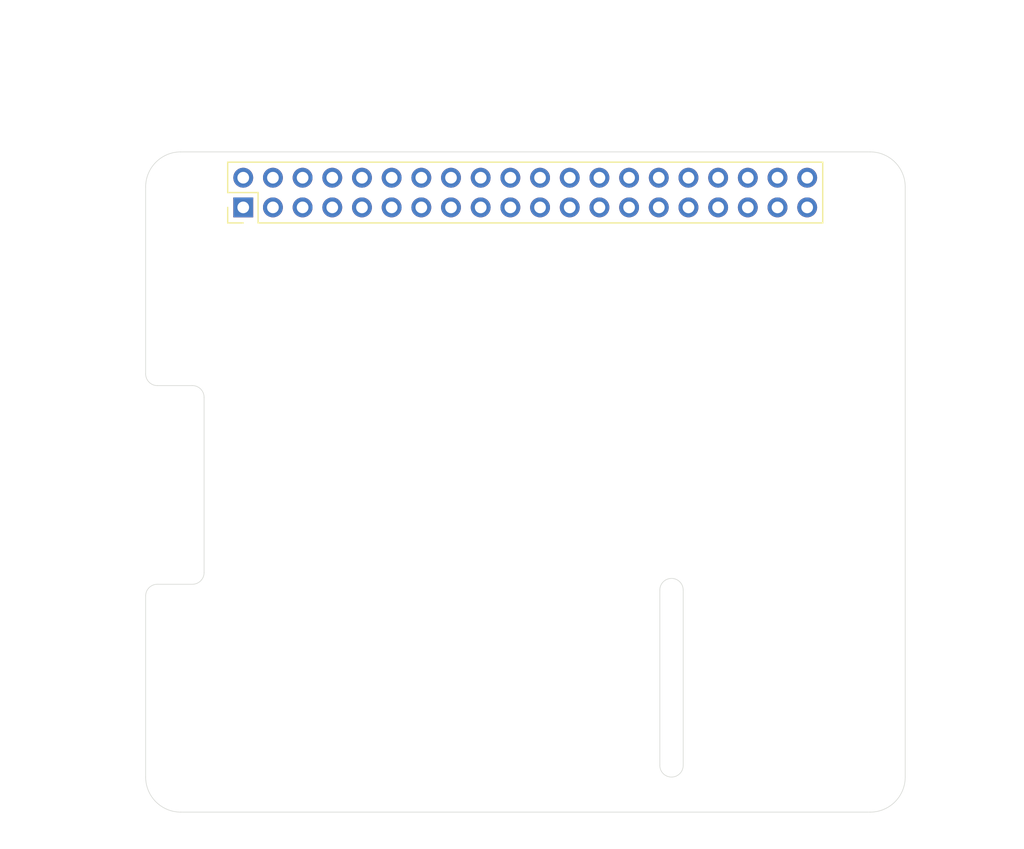
<source format=kicad_pcb>
(kicad_pcb (version 20171130) (host pcbnew "(5.1.4-0-10_14)")

  (general
    (thickness 1.6)
    (drawings 38)
    (tracks 0)
    (zones 0)
    (modules 5)
    (nets 1)
  )

  (page USLetter)
  (title_block
    (title "Raspberry Pi HAT template")
    (date 2019-10-08)
    (company "Copyright 2019 Jason R. Thorpe.  All rights reserved.")
  )

  (layers
    (0 F.Cu signal)
    (31 B.Cu signal)
    (32 B.Adhes user)
    (33 F.Adhes user)
    (34 B.Paste user)
    (35 F.Paste user)
    (36 B.SilkS user)
    (37 F.SilkS user)
    (38 B.Mask user)
    (39 F.Mask user)
    (40 Dwgs.User user)
    (41 Cmts.User user)
    (42 Eco1.User user)
    (43 Eco2.User user)
    (44 Edge.Cuts user)
    (45 Margin user)
    (46 B.CrtYd user)
    (47 F.CrtYd user)
    (48 B.Fab user)
    (49 F.Fab user)
  )

  (setup
    (last_trace_width 0.25)
    (trace_clearance 0.2)
    (zone_clearance 0.508)
    (zone_45_only no)
    (trace_min 0.2)
    (via_size 0.8)
    (via_drill 0.4)
    (via_min_size 0.4)
    (via_min_drill 0.3)
    (uvia_size 0.3)
    (uvia_drill 0.1)
    (uvias_allowed no)
    (uvia_min_size 0.2)
    (uvia_min_drill 0.1)
    (edge_width 0.05)
    (segment_width 0.2)
    (pcb_text_width 0.3)
    (pcb_text_size 1.5 1.5)
    (mod_edge_width 0.12)
    (mod_text_size 1 1)
    (mod_text_width 0.15)
    (pad_size 1.524 1.524)
    (pad_drill 0.762)
    (pad_to_mask_clearance 0.051)
    (solder_mask_min_width 0.25)
    (aux_axis_origin 0 0)
    (visible_elements FFFFFF7F)
    (pcbplotparams
      (layerselection 0x010fc_ffffffff)
      (usegerberextensions false)
      (usegerberattributes false)
      (usegerberadvancedattributes false)
      (creategerberjobfile false)
      (excludeedgelayer true)
      (linewidth 0.100000)
      (plotframeref false)
      (viasonmask false)
      (mode 1)
      (useauxorigin false)
      (hpglpennumber 1)
      (hpglpenspeed 20)
      (hpglpendiameter 15.000000)
      (psnegative false)
      (psa4output false)
      (plotreference true)
      (plotvalue true)
      (plotinvisibletext false)
      (padsonsilk false)
      (subtractmaskfromsilk false)
      (outputformat 1)
      (mirror false)
      (drillshape 1)
      (scaleselection 1)
      (outputdirectory ""))
  )

  (net 0 "")

  (net_class Default "This is the default net class."
    (clearance 0.2)
    (trace_width 0.25)
    (via_dia 0.8)
    (via_drill 0.4)
    (uvia_dia 0.3)
    (uvia_drill 0.1)
  )

  (module MountingHole:MountingHole_2.7mm_M2.5_DIN965 (layer F.Cu) (tedit 56D1B4CB) (tstamp 5D9D2DAF)
    (at 104 103)
    (descr "Mounting Hole 2.7mm, no annular, M2.5, DIN965")
    (tags "mounting hole 2.7mm no annular m2.5 din965")
    (attr virtual)
    (fp_text reference REF** (at 0 -3.35) (layer F.SilkS) hide
      (effects (font (size 1 1) (thickness 0.15)))
    )
    (fp_text value MountingHole_2.7mm_M2.5_DIN965 (at 0 3.35) (layer F.Fab) hide
      (effects (font (size 1 1) (thickness 0.15)))
    )
    (fp_circle (center 0 0) (end 2.6 0) (layer F.CrtYd) (width 0.05))
    (fp_circle (center 0 0) (end 2.35 0) (layer Cmts.User) (width 0.15))
    (fp_text user %R (at 0.3 0) (layer F.Fab)
      (effects (font (size 1 1) (thickness 0.15)))
    )
    (pad 1 np_thru_hole circle (at 0 0) (size 2.7 2.7) (drill 2.7) (layers *.Cu *.Mask))
  )

  (module MountingHole:MountingHole_2.7mm_M2.5_DIN965 (layer F.Cu) (tedit 56D1B4CB) (tstamp 5D9D2D8B)
    (at 162 103)
    (descr "Mounting Hole 2.7mm, no annular, M2.5, DIN965")
    (tags "mounting hole 2.7mm no annular m2.5 din965")
    (attr virtual)
    (fp_text reference REF** (at 0 -3.35) (layer F.SilkS) hide
      (effects (font (size 1 1) (thickness 0.15)))
    )
    (fp_text value MountingHole_2.7mm_M2.5_DIN965 (at 0 3.35) (layer F.Fab) hide
      (effects (font (size 1 1) (thickness 0.15)))
    )
    (fp_circle (center 0 0) (end 2.6 0) (layer F.CrtYd) (width 0.05))
    (fp_circle (center 0 0) (end 2.35 0) (layer Cmts.User) (width 0.15))
    (fp_text user %R (at 0.3 0) (layer F.Fab)
      (effects (font (size 1 1) (thickness 0.15)))
    )
    (pad 1 np_thru_hole circle (at 0 0) (size 2.7 2.7) (drill 2.7) (layers *.Cu *.Mask))
  )

  (module MountingHole:MountingHole_2.7mm_M2.5_DIN965 (layer F.Cu) (tedit 56D1B4CB) (tstamp 5D9D08C6)
    (at 162 53.5)
    (descr "Mounting Hole 2.7mm, no annular, M2.5, DIN965")
    (tags "mounting hole 2.7mm no annular m2.5 din965")
    (attr virtual)
    (fp_text reference REF** (at 0 -3.35) (layer F.SilkS) hide
      (effects (font (size 1 1) (thickness 0.15)))
    )
    (fp_text value MountingHole_2.7mm_M2.5_DIN965 (at 0 3.35) (layer F.Fab) hide
      (effects (font (size 1 1) (thickness 0.15)))
    )
    (fp_circle (center 0 0) (end 2.6 0) (layer F.CrtYd) (width 0.05))
    (fp_circle (center 0 0) (end 2.35 0) (layer Cmts.User) (width 0.15))
    (fp_text user %R (at 0.3 0) (layer F.Fab)
      (effects (font (size 1 1) (thickness 0.15)))
    )
    (pad 1 np_thru_hole circle (at 0 0) (size 2.7 2.7) (drill 2.7) (layers *.Cu *.Mask))
  )

  (module MountingHole:MountingHole_2.7mm_M2.5_DIN965 (layer F.Cu) (tedit 56D1B4CB) (tstamp 5D9D08EA)
    (at 104 53.5)
    (descr "Mounting Hole 2.7mm, no annular, M2.5, DIN965")
    (tags "mounting hole 2.7mm no annular m2.5 din965")
    (attr virtual)
    (fp_text reference REF** (at 0 -3.35) (layer F.SilkS) hide
      (effects (font (size 1 1) (thickness 0.15)))
    )
    (fp_text value MountingHole_2.7mm_M2.5_DIN965 (at 0 3.35) (layer F.Fab) hide
      (effects (font (size 1 1) (thickness 0.15)))
    )
    (fp_circle (center 0 0) (end 2.6 0) (layer F.CrtYd) (width 0.05))
    (fp_circle (center 0 0) (end 2.35 0) (layer Cmts.User) (width 0.15))
    (fp_text user %R (at 0.3 0) (layer F.Fab)
      (effects (font (size 1 1) (thickness 0.15)))
    )
    (pad 1 np_thru_hole circle (at 0 0) (size 2.7 2.7) (drill 2.7) (layers *.Cu *.Mask))
  )

  (module Connector_PinHeader_2.54mm:PinHeader_2x20_P2.54mm_Vertical (layer F.Cu) (tedit 59FED5CC) (tstamp 5D9D2F89)
    (at 108.85 54.75 90)
    (descr "Through hole straight pin header, 2x20, 2.54mm pitch, double rows")
    (tags "Through hole pin header THT 2x20 2.54mm double row")
    (fp_text reference REF** (at 1.27 -2.33 90) (layer F.SilkS) hide
      (effects (font (size 1 1) (thickness 0.15)))
    )
    (fp_text value PinHeader_2x20_P2.54mm_Vertical (at 1.27 50.59 90) (layer F.Fab) hide
      (effects (font (size 1 1) (thickness 0.15)))
    )
    (fp_text user %R (at 1.27 24.13) (layer F.Fab)
      (effects (font (size 1 1) (thickness 0.15)))
    )
    (fp_line (start 4.35 -1.8) (end -1.8 -1.8) (layer F.CrtYd) (width 0.05))
    (fp_line (start 4.35 50.05) (end 4.35 -1.8) (layer F.CrtYd) (width 0.05))
    (fp_line (start -1.8 50.05) (end 4.35 50.05) (layer F.CrtYd) (width 0.05))
    (fp_line (start -1.8 -1.8) (end -1.8 50.05) (layer F.CrtYd) (width 0.05))
    (fp_line (start -1.33 -1.33) (end 0 -1.33) (layer F.SilkS) (width 0.12))
    (fp_line (start -1.33 0) (end -1.33 -1.33) (layer F.SilkS) (width 0.12))
    (fp_line (start 1.27 -1.33) (end 3.87 -1.33) (layer F.SilkS) (width 0.12))
    (fp_line (start 1.27 1.27) (end 1.27 -1.33) (layer F.SilkS) (width 0.12))
    (fp_line (start -1.33 1.27) (end 1.27 1.27) (layer F.SilkS) (width 0.12))
    (fp_line (start 3.87 -1.33) (end 3.87 49.59) (layer F.SilkS) (width 0.12))
    (fp_line (start -1.33 1.27) (end -1.33 49.59) (layer F.SilkS) (width 0.12))
    (fp_line (start -1.33 49.59) (end 3.87 49.59) (layer F.SilkS) (width 0.12))
    (fp_line (start -1.27 0) (end 0 -1.27) (layer F.Fab) (width 0.1))
    (fp_line (start -1.27 49.53) (end -1.27 0) (layer F.Fab) (width 0.1))
    (fp_line (start 3.81 49.53) (end -1.27 49.53) (layer F.Fab) (width 0.1))
    (fp_line (start 3.81 -1.27) (end 3.81 49.53) (layer F.Fab) (width 0.1))
    (fp_line (start 0 -1.27) (end 3.81 -1.27) (layer F.Fab) (width 0.1))
    (pad 40 thru_hole oval (at 2.54 48.26 90) (size 1.7 1.7) (drill 1) (layers *.Cu *.Mask))
    (pad 39 thru_hole oval (at 0 48.26 90) (size 1.7 1.7) (drill 1) (layers *.Cu *.Mask))
    (pad 38 thru_hole oval (at 2.54 45.72 90) (size 1.7 1.7) (drill 1) (layers *.Cu *.Mask))
    (pad 37 thru_hole oval (at 0 45.72 90) (size 1.7 1.7) (drill 1) (layers *.Cu *.Mask))
    (pad 36 thru_hole oval (at 2.54 43.18 90) (size 1.7 1.7) (drill 1) (layers *.Cu *.Mask))
    (pad 35 thru_hole oval (at 0 43.18 90) (size 1.7 1.7) (drill 1) (layers *.Cu *.Mask))
    (pad 34 thru_hole oval (at 2.54 40.64 90) (size 1.7 1.7) (drill 1) (layers *.Cu *.Mask))
    (pad 33 thru_hole oval (at 0 40.64 90) (size 1.7 1.7) (drill 1) (layers *.Cu *.Mask))
    (pad 32 thru_hole oval (at 2.54 38.1 90) (size 1.7 1.7) (drill 1) (layers *.Cu *.Mask))
    (pad 31 thru_hole oval (at 0 38.1 90) (size 1.7 1.7) (drill 1) (layers *.Cu *.Mask))
    (pad 30 thru_hole oval (at 2.54 35.56 90) (size 1.7 1.7) (drill 1) (layers *.Cu *.Mask))
    (pad 29 thru_hole oval (at 0 35.56 90) (size 1.7 1.7) (drill 1) (layers *.Cu *.Mask))
    (pad 28 thru_hole oval (at 2.54 33.02 90) (size 1.7 1.7) (drill 1) (layers *.Cu *.Mask))
    (pad 27 thru_hole oval (at 0 33.02 90) (size 1.7 1.7) (drill 1) (layers *.Cu *.Mask))
    (pad 26 thru_hole oval (at 2.54 30.48 90) (size 1.7 1.7) (drill 1) (layers *.Cu *.Mask))
    (pad 25 thru_hole oval (at 0 30.48 90) (size 1.7 1.7) (drill 1) (layers *.Cu *.Mask))
    (pad 24 thru_hole oval (at 2.54 27.94 90) (size 1.7 1.7) (drill 1) (layers *.Cu *.Mask))
    (pad 23 thru_hole oval (at 0 27.94 90) (size 1.7 1.7) (drill 1) (layers *.Cu *.Mask))
    (pad 22 thru_hole oval (at 2.54 25.4 90) (size 1.7 1.7) (drill 1) (layers *.Cu *.Mask))
    (pad 21 thru_hole oval (at 0 25.4 90) (size 1.7 1.7) (drill 1) (layers *.Cu *.Mask))
    (pad 20 thru_hole oval (at 2.54 22.86 90) (size 1.7 1.7) (drill 1) (layers *.Cu *.Mask))
    (pad 19 thru_hole oval (at 0 22.86 90) (size 1.7 1.7) (drill 1) (layers *.Cu *.Mask))
    (pad 18 thru_hole oval (at 2.54 20.32 90) (size 1.7 1.7) (drill 1) (layers *.Cu *.Mask))
    (pad 17 thru_hole oval (at 0 20.32 90) (size 1.7 1.7) (drill 1) (layers *.Cu *.Mask))
    (pad 16 thru_hole oval (at 2.54 17.78 90) (size 1.7 1.7) (drill 1) (layers *.Cu *.Mask))
    (pad 15 thru_hole oval (at 0 17.78 90) (size 1.7 1.7) (drill 1) (layers *.Cu *.Mask))
    (pad 14 thru_hole oval (at 2.54 15.24 90) (size 1.7 1.7) (drill 1) (layers *.Cu *.Mask))
    (pad 13 thru_hole oval (at 0 15.24 90) (size 1.7 1.7) (drill 1) (layers *.Cu *.Mask))
    (pad 12 thru_hole oval (at 2.54 12.7 90) (size 1.7 1.7) (drill 1) (layers *.Cu *.Mask))
    (pad 11 thru_hole oval (at 0 12.7 90) (size 1.7 1.7) (drill 1) (layers *.Cu *.Mask))
    (pad 10 thru_hole oval (at 2.54 10.16 90) (size 1.7 1.7) (drill 1) (layers *.Cu *.Mask))
    (pad 9 thru_hole oval (at 0 10.16 90) (size 1.7 1.7) (drill 1) (layers *.Cu *.Mask))
    (pad 8 thru_hole oval (at 2.54 7.62 90) (size 1.7 1.7) (drill 1) (layers *.Cu *.Mask))
    (pad 7 thru_hole oval (at 0 7.62 90) (size 1.7 1.7) (drill 1) (layers *.Cu *.Mask))
    (pad 6 thru_hole oval (at 2.54 5.08 90) (size 1.7 1.7) (drill 1) (layers *.Cu *.Mask))
    (pad 5 thru_hole oval (at 0 5.08 90) (size 1.7 1.7) (drill 1) (layers *.Cu *.Mask))
    (pad 4 thru_hole oval (at 2.54 2.54 90) (size 1.7 1.7) (drill 1) (layers *.Cu *.Mask))
    (pad 3 thru_hole oval (at 0 2.54 90) (size 1.7 1.7) (drill 1) (layers *.Cu *.Mask))
    (pad 2 thru_hole oval (at 2.54 0 90) (size 1.7 1.7) (drill 1) (layers *.Cu *.Mask))
    (pad 1 thru_hole rect (at 0 0 90) (size 1.7 1.7) (drill 1) (layers *.Cu *.Mask))
    (model ${KISYS3DMOD}/Connector_PinHeader_2.54mm.3dshapes/PinHeader_2x20_P2.54mm_Vertical.wrl
      (at (xyz 0 0 0))
      (scale (xyz 1 1 1))
      (rotate (xyz 0 0 0))
    )
  )

  (dimension 5 (width 0.15) (layer Dwgs.User)
    (gr_text "5.000 mm" (at 103 65.2) (layer Dwgs.User)
      (effects (font (size 1 1) (thickness 0.15)))
    )
    (feature1 (pts (xy 105.5 68) (xy 105.5 65.913579)))
    (feature2 (pts (xy 100.5 68) (xy 100.5 65.913579)))
    (crossbar (pts (xy 100.5 66.5) (xy 105.5 66.5)))
    (arrow1a (pts (xy 105.5 66.5) (xy 104.373496 67.086421)))
    (arrow1b (pts (xy 105.5 66.5) (xy 104.373496 65.913579)))
    (arrow2a (pts (xy 100.5 66.5) (xy 101.626504 67.086421)))
    (arrow2b (pts (xy 100.5 66.5) (xy 101.626504 65.913579)))
  )
  (dimension 2 (width 0.15) (layer Dwgs.User)
    (gr_text "2.000 mm" (at 145.5 81.7) (layer Dwgs.User)
      (effects (font (size 1 1) (thickness 0.15)))
    )
    (feature1 (pts (xy 146.5 85) (xy 146.5 82.413579)))
    (feature2 (pts (xy 144.5 85) (xy 144.5 82.413579)))
    (crossbar (pts (xy 144.5 83) (xy 146.5 83)))
    (arrow1a (pts (xy 146.5 83) (xy 145.373496 83.586421)))
    (arrow1b (pts (xy 146.5 83) (xy 145.373496 82.413579)))
    (arrow2a (pts (xy 144.5 83) (xy 145.626504 83.586421)))
    (arrow2b (pts (xy 144.5 83) (xy 145.626504 82.413579)))
  )
  (dimension 19.5 (width 0.15) (layer Dwgs.User)
    (gr_text "19.500 mm" (at 91.7 96.75 90) (layer Dwgs.User)
      (effects (font (size 1 1) (thickness 0.15)))
    )
    (feature1 (pts (xy 95.5 87) (xy 92.413579 87)))
    (feature2 (pts (xy 95.5 106.5) (xy 92.413579 106.5)))
    (crossbar (pts (xy 93 106.5) (xy 93 87)))
    (arrow1a (pts (xy 93 87) (xy 93.586421 88.126504)))
    (arrow1b (pts (xy 93 87) (xy 92.413579 88.126504)))
    (arrow2a (pts (xy 93 106.5) (xy 93.586421 105.373496)))
    (arrow2b (pts (xy 93 106.5) (xy 92.413579 105.373496)))
  )
  (dimension 17 (width 0.15) (layer Dwgs.User)
    (gr_text "17.000 mm" (at 109.8 78.5 270) (layer Dwgs.User)
      (effects (font (size 1 1) (thickness 0.15)))
    )
    (feature1 (pts (xy 106 87) (xy 109.086421 87)))
    (feature2 (pts (xy 106 70) (xy 109.086421 70)))
    (crossbar (pts (xy 108.5 70) (xy 108.5 87)))
    (arrow1a (pts (xy 108.5 87) (xy 107.913579 85.873496)))
    (arrow1b (pts (xy 108.5 87) (xy 109.086421 85.873496)))
    (arrow2a (pts (xy 108.5 70) (xy 107.913579 71.126504)))
    (arrow2b (pts (xy 108.5 70) (xy 109.086421 71.126504)))
  )
  (dimension 56.5 (width 0.15) (layer Dwgs.User)
    (gr_text "56.500 mm" (at 174.3 78.25 270) (layer Dwgs.User)
      (effects (font (size 1 1) (thickness 0.15)))
    )
    (feature1 (pts (xy 170.5 106.5) (xy 173.586421 106.5)))
    (feature2 (pts (xy 170.5 50) (xy 173.586421 50)))
    (crossbar (pts (xy 173 50) (xy 173 106.5)))
    (arrow1a (pts (xy 173 106.5) (xy 172.413579 105.373496)))
    (arrow1b (pts (xy 173 106.5) (xy 173.586421 105.373496)))
    (arrow2a (pts (xy 173 50) (xy 172.413579 51.126504)))
    (arrow2b (pts (xy 173 50) (xy 173.586421 51.126504)))
  )
  (dimension 65 (width 0.15) (layer Dwgs.User)
    (gr_text "65.000 mm" (at 133 37.7) (layer Dwgs.User)
      (effects (font (size 1 1) (thickness 0.15)))
    )
    (feature1 (pts (xy 165.5 41.5) (xy 165.5 38.413579)))
    (feature2 (pts (xy 100.5 41.5) (xy 100.5 38.413579)))
    (crossbar (pts (xy 100.5 39) (xy 165.5 39)))
    (arrow1a (pts (xy 165.5 39) (xy 164.373496 39.586421)))
    (arrow1b (pts (xy 165.5 39) (xy 164.373496 38.413579)))
    (arrow2a (pts (xy 100.5 39) (xy 101.626504 39.586421)))
    (arrow2b (pts (xy 100.5 39) (xy 101.626504 38.413579)))
  )
  (dimension 11.5 (width 0.15) (layer Dwgs.User)
    (gr_text "11.500 mm" (at 141.7 100.75 270) (layer Dwgs.User)
      (effects (font (size 1 1) (thickness 0.15)))
    )
    (feature1 (pts (xy 145.5 106.5) (xy 142.413579 106.5)))
    (feature2 (pts (xy 145.5 95) (xy 142.413579 95)))
    (crossbar (pts (xy 143 95) (xy 143 106.5)))
    (arrow1a (pts (xy 143 106.5) (xy 142.413579 105.373496)))
    (arrow1b (pts (xy 143 106.5) (xy 143.586421 105.373496)))
    (arrow2a (pts (xy 143 95) (xy 142.413579 96.126504)))
    (arrow2b (pts (xy 143 95) (xy 143.586421 96.126504)))
  )
  (dimension 17 (width 0.15) (layer Dwgs.User)
    (gr_text "17.000 mm" (at 149.8 95 270) (layer Dwgs.User)
      (effects (font (size 1 1) (thickness 0.15)))
    )
    (feature1 (pts (xy 145.5 103.5) (xy 149.086421 103.5)))
    (feature2 (pts (xy 145.5 86.5) (xy 149.086421 86.5)))
    (crossbar (pts (xy 148.5 86.5) (xy 148.5 103.5)))
    (arrow1a (pts (xy 148.5 103.5) (xy 147.913579 102.373496)))
    (arrow1b (pts (xy 148.5 103.5) (xy 149.086421 102.373496)))
    (arrow2a (pts (xy 148.5 86.5) (xy 147.913579 87.626504)))
    (arrow2b (pts (xy 148.5 86.5) (xy 149.086421 87.626504)))
  )
  (dimension 29 (width 0.15) (layer Dwgs.User)
    (gr_text "29.000 mm" (at 118.5 59.8) (layer Dwgs.User)
      (effects (font (size 1 1) (thickness 0.15)))
    )
    (feature1 (pts (xy 133 53.5) (xy 133 59.086421)))
    (feature2 (pts (xy 104 53.5) (xy 104 59.086421)))
    (crossbar (pts (xy 104 58.5) (xy 133 58.5)))
    (arrow1a (pts (xy 133 58.5) (xy 131.873496 59.086421)))
    (arrow1b (pts (xy 133 58.5) (xy 131.873496 57.913579)))
    (arrow2a (pts (xy 104 58.5) (xy 105.126504 59.086421)))
    (arrow2b (pts (xy 104 58.5) (xy 105.126504 57.913579)))
  )
  (dimension 58 (width 0.15) (layer Dwgs.User)
    (gr_text "58.000 mm" (at 133 41.2) (layer Dwgs.User)
      (effects (font (size 1 1) (thickness 0.15)))
    )
    (feature1 (pts (xy 162 47.5) (xy 162 41.913579)))
    (feature2 (pts (xy 104 47.5) (xy 104 41.913579)))
    (crossbar (pts (xy 104 42.5) (xy 162 42.5)))
    (arrow1a (pts (xy 162 42.5) (xy 160.873496 43.086421)))
    (arrow1b (pts (xy 162 42.5) (xy 160.873496 41.913579)))
    (arrow2a (pts (xy 104 42.5) (xy 105.126504 43.086421)))
    (arrow2b (pts (xy 104 42.5) (xy 105.126504 41.913579)))
  )
  (dimension 3.5 (width 0.15) (layer Dwgs.User)
    (gr_text "3.500 mm" (at 169.3 51.75 270) (layer Dwgs.User)
      (effects (font (size 1 1) (thickness 0.15)))
    )
    (feature1 (pts (xy 165.5 53.5) (xy 168.586421 53.5)))
    (feature2 (pts (xy 165.5 50) (xy 168.586421 50)))
    (crossbar (pts (xy 168 50) (xy 168 53.5)))
    (arrow1a (pts (xy 168 53.5) (xy 167.413579 52.373496)))
    (arrow1b (pts (xy 168 53.5) (xy 168.586421 52.373496)))
    (arrow2a (pts (xy 168 50) (xy 167.413579 51.126504)))
    (arrow2b (pts (xy 168 50) (xy 168.586421 51.126504)))
  )
  (dimension 3.5 (width 0.15) (layer Dwgs.User)
    (gr_text "3.500 mm" (at 163.75 46.2) (layer Dwgs.User)
      (effects (font (size 1 1) (thickness 0.15)))
    )
    (feature1 (pts (xy 162 50) (xy 162 46.913579)))
    (feature2 (pts (xy 165.5 50) (xy 165.5 46.913579)))
    (crossbar (pts (xy 165.5 47.5) (xy 162 47.5)))
    (arrow1a (pts (xy 162 47.5) (xy 163.126504 46.913579)))
    (arrow1b (pts (xy 162 47.5) (xy 163.126504 48.086421)))
    (arrow2a (pts (xy 165.5 47.5) (xy 164.373496 46.913579)))
    (arrow2b (pts (xy 165.5 47.5) (xy 164.373496 48.086421)))
  )
  (dimension 3.5 (width 0.15) (layer Dwgs.User)
    (gr_text "3.500 mm" (at 169.3 104.75 90) (layer Dwgs.User)
      (effects (font (size 1 1) (thickness 0.15)))
    )
    (feature1 (pts (xy 165.5 103) (xy 168.586421 103)))
    (feature2 (pts (xy 165.5 106.5) (xy 168.586421 106.5)))
    (crossbar (pts (xy 168 106.5) (xy 168 103)))
    (arrow1a (pts (xy 168 103) (xy 168.586421 104.126504)))
    (arrow1b (pts (xy 168 103) (xy 167.413579 104.126504)))
    (arrow2a (pts (xy 168 106.5) (xy 168.586421 105.373496)))
    (arrow2b (pts (xy 168 106.5) (xy 167.413579 105.373496)))
  )
  (dimension 3.5 (width 0.15) (layer Dwgs.User)
    (gr_text "3.500 mm" (at 163.75 110.3) (layer Dwgs.User)
      (effects (font (size 1 1) (thickness 0.15)))
    )
    (feature1 (pts (xy 162 106.5) (xy 162 109.586421)))
    (feature2 (pts (xy 165.5 106.5) (xy 165.5 109.586421)))
    (crossbar (pts (xy 165.5 109) (xy 162 109)))
    (arrow1a (pts (xy 162 109) (xy 163.126504 108.413579)))
    (arrow1b (pts (xy 162 109) (xy 163.126504 109.586421)))
    (arrow2a (pts (xy 165.5 109) (xy 164.373496 108.413579)))
    (arrow2b (pts (xy 165.5 109) (xy 164.373496 109.586421)))
  )
  (dimension 3.5 (width 0.15) (layer Dwgs.User)
    (gr_text "3.500 mm" (at 102.25 46.2) (layer Dwgs.User)
      (effects (font (size 1 1) (thickness 0.15)))
    )
    (feature1 (pts (xy 104 50) (xy 104 46.913579)))
    (feature2 (pts (xy 100.5 50) (xy 100.5 46.913579)))
    (crossbar (pts (xy 100.5 47.5) (xy 104 47.5)))
    (arrow1a (pts (xy 104 47.5) (xy 102.873496 48.086421)))
    (arrow1b (pts (xy 104 47.5) (xy 102.873496 46.913579)))
    (arrow2a (pts (xy 100.5 47.5) (xy 101.626504 48.086421)))
    (arrow2b (pts (xy 100.5 47.5) (xy 101.626504 46.913579)))
  )
  (dimension 3.5 (width 0.15) (layer Dwgs.User)
    (gr_text "3.500 mm" (at 96.7 51.75 270) (layer Dwgs.User)
      (effects (font (size 1 1) (thickness 0.15)))
    )
    (feature1 (pts (xy 100.5 53.5) (xy 97.413579 53.5)))
    (feature2 (pts (xy 100.5 50) (xy 97.413579 50)))
    (crossbar (pts (xy 98 50) (xy 98 53.5)))
    (arrow1a (pts (xy 98 53.5) (xy 97.413579 52.373496)))
    (arrow1b (pts (xy 98 53.5) (xy 98.586421 52.373496)))
    (arrow2a (pts (xy 98 50) (xy 97.413579 51.126504)))
    (arrow2b (pts (xy 98 50) (xy 98.586421 51.126504)))
  )
  (dimension 3.5 (width 0.15) (layer Dwgs.User)
    (gr_text "3.500 mm" (at 96.7 104.75 90) (layer Dwgs.User)
      (effects (font (size 1 1) (thickness 0.15)))
    )
    (feature1 (pts (xy 100.5 103) (xy 97.413579 103)))
    (feature2 (pts (xy 100.5 106.5) (xy 97.413579 106.5)))
    (crossbar (pts (xy 98 106.5) (xy 98 103)))
    (arrow1a (pts (xy 98 103) (xy 98.586421 104.126504)))
    (arrow1b (pts (xy 98 103) (xy 97.413579 104.126504)))
    (arrow2a (pts (xy 98 106.5) (xy 98.586421 105.373496)))
    (arrow2b (pts (xy 98 106.5) (xy 97.413579 105.373496)))
  )
  (dimension 3.5 (width 0.15) (layer Dwgs.User)
    (gr_text "3.500 mm" (at 102.25 110.3) (layer Dwgs.User)
      (effects (font (size 1 1) (thickness 0.15)))
    )
    (feature1 (pts (xy 104 106.5) (xy 104 109.586421)))
    (feature2 (pts (xy 100.5 106.5) (xy 100.5 109.586421)))
    (crossbar (pts (xy 100.5 109) (xy 104 109)))
    (arrow1a (pts (xy 104 109) (xy 102.873496 109.586421)))
    (arrow1b (pts (xy 104 109) (xy 102.873496 108.413579)))
    (arrow2a (pts (xy 100.5 109) (xy 101.626504 109.586421)))
    (arrow2b (pts (xy 100.5 109) (xy 101.626504 108.413579)))
  )
  (gr_line (start 144.5 87.5) (end 144.5 102.5) (layer Edge.Cuts) (width 0.05) (tstamp 5D9D037C))
  (gr_line (start 146.5 87.5) (end 146.5 102.5) (layer Edge.Cuts) (width 0.05) (tstamp 5D9D03FE))
  (gr_arc (start 145.5 102.5) (end 144.5 102.5) (angle -180) (layer Edge.Cuts) (width 0.05) (tstamp 5D9D03FB))
  (gr_arc (start 145.5 87.5) (end 146.5 87.5) (angle -180) (layer Edge.Cuts) (width 0.05) (tstamp 5D9D0401))
  (gr_line (start 100.5 88) (end 100.5 103.5) (layer Edge.Cuts) (width 0.05) (tstamp 5D9D028C))
  (gr_line (start 104.5 87) (end 101.5 87) (layer Edge.Cuts) (width 0.05) (tstamp 5D9D0280))
  (gr_line (start 105.5 71) (end 105.5 86) (layer Edge.Cuts) (width 0.05) (tstamp 5D9D0277))
  (gr_line (start 101.5 70) (end 104.5 70) (layer Edge.Cuts) (width 0.05) (tstamp 5D9D0271))
  (gr_line (start 100.5 53) (end 100.5 69) (layer Edge.Cuts) (width 0.05) (tstamp 5D9D026D))
  (gr_arc (start 104.5 86) (end 104.5 87) (angle -90) (layer Edge.Cuts) (width 0.05))
  (gr_arc (start 104.5 71) (end 105.5 71) (angle -90) (layer Edge.Cuts) (width 0.05))
  (gr_arc (start 101.5 69) (end 100.5 69) (angle -90) (layer Edge.Cuts) (width 0.05))
  (gr_arc (start 101.5 88) (end 101.5 87) (angle -90) (layer Edge.Cuts) (width 0.05))
  (gr_line (start 103.5 106.5) (end 162.5 106.5) (layer Edge.Cuts) (width 0.05) (tstamp 5D9D0112))
  (gr_line (start 103.5 50) (end 162.5 50) (layer Edge.Cuts) (width 0.05) (tstamp 5D9D00FF))
  (gr_line (start 165.5 103.5) (end 165.5 53) (layer Edge.Cuts) (width 0.05) (tstamp 5D9D00DD))
  (gr_arc (start 162.5 103.5) (end 162.5 106.5) (angle -90) (layer Edge.Cuts) (width 0.05))
  (gr_arc (start 103.5 103.5) (end 100.5 103.5) (angle -90) (layer Edge.Cuts) (width 0.05))
  (gr_arc (start 103.5 53) (end 103.5 50) (angle -90) (layer Edge.Cuts) (width 0.05))
  (gr_arc (start 162.5 53) (end 165.5 53) (angle -90) (layer Edge.Cuts) (width 0.05))

)

</source>
